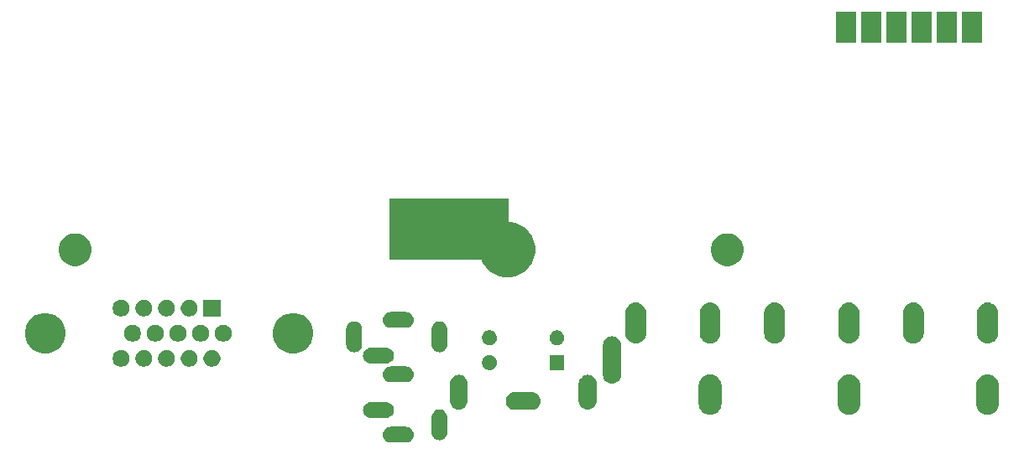
<source format=gbs>
G04 #@! TF.GenerationSoftware,KiCad,Pcbnew,(5.1.0)-1*
G04 #@! TF.CreationDate,2019-08-02T11:21:21-04:00*
G04 #@! TF.ProjectId,snes breakout,736e6573-2062-4726-9561-6b6f75742e6b,rev?*
G04 #@! TF.SameCoordinates,Original*
G04 #@! TF.FileFunction,Soldermask,Bot*
G04 #@! TF.FilePolarity,Negative*
%FSLAX46Y46*%
G04 Gerber Fmt 4.6, Leading zero omitted, Abs format (unit mm)*
G04 Created by KiCad (PCBNEW (5.1.0)-1) date 2019-08-02 11:21:21*
%MOMM*%
%LPD*%
G04 APERTURE LIST*
%ADD10C,0.100000*%
G04 APERTURE END LIST*
D10*
G36*
X123511808Y-67706648D02*
G01*
X123663551Y-67752678D01*
X123803398Y-67827428D01*
X123925975Y-67928025D01*
X124026572Y-68050602D01*
X124101322Y-68190449D01*
X124147352Y-68342192D01*
X124162895Y-68500000D01*
X124147352Y-68657808D01*
X124101322Y-68809551D01*
X124026572Y-68949398D01*
X123925975Y-69071975D01*
X123803398Y-69172572D01*
X123663551Y-69247322D01*
X123511808Y-69293352D01*
X123393546Y-69305000D01*
X121806454Y-69305000D01*
X121688192Y-69293352D01*
X121536449Y-69247322D01*
X121396602Y-69172572D01*
X121274025Y-69071975D01*
X121173428Y-68949398D01*
X121098678Y-68809551D01*
X121052648Y-68657808D01*
X121037105Y-68500000D01*
X121052648Y-68342192D01*
X121098678Y-68190449D01*
X121173428Y-68050602D01*
X121274025Y-67928025D01*
X121396602Y-67827428D01*
X121536449Y-67752678D01*
X121688192Y-67706648D01*
X121806454Y-67695000D01*
X123393546Y-67695000D01*
X123511808Y-67706648D01*
X123511808Y-67706648D01*
G37*
G36*
X126907808Y-65952648D02*
G01*
X127059551Y-65998678D01*
X127199398Y-66073428D01*
X127321975Y-66174025D01*
X127422572Y-66296602D01*
X127497322Y-66436449D01*
X127543352Y-66588192D01*
X127555000Y-66706454D01*
X127555000Y-68293546D01*
X127543352Y-68411808D01*
X127497322Y-68563551D01*
X127422572Y-68703398D01*
X127321975Y-68825975D01*
X127199397Y-68926572D01*
X127059550Y-69001322D01*
X126907807Y-69047352D01*
X126750000Y-69062895D01*
X126592192Y-69047352D01*
X126440449Y-69001322D01*
X126300602Y-68926572D01*
X126178025Y-68825975D01*
X126077428Y-68703397D01*
X126002678Y-68563550D01*
X125956648Y-68411807D01*
X125945000Y-68293545D01*
X125945001Y-66706454D01*
X125956649Y-66588192D01*
X126002679Y-66436449D01*
X126077429Y-66296602D01*
X126178026Y-66174025D01*
X126300603Y-66073428D01*
X126440450Y-65998678D01*
X126592193Y-65952648D01*
X126750000Y-65937105D01*
X126907808Y-65952648D01*
X126907808Y-65952648D01*
G37*
G36*
X121511808Y-65206648D02*
G01*
X121663551Y-65252678D01*
X121803398Y-65327428D01*
X121925975Y-65428025D01*
X122026572Y-65550602D01*
X122101322Y-65690449D01*
X122147352Y-65842192D01*
X122162895Y-66000000D01*
X122147352Y-66157808D01*
X122101322Y-66309551D01*
X122026572Y-66449398D01*
X121925975Y-66571975D01*
X121803398Y-66672572D01*
X121663551Y-66747322D01*
X121511808Y-66793352D01*
X121393546Y-66805000D01*
X119806454Y-66805000D01*
X119688192Y-66793352D01*
X119536449Y-66747322D01*
X119396602Y-66672572D01*
X119274025Y-66571975D01*
X119173428Y-66449398D01*
X119098678Y-66309551D01*
X119052648Y-66157808D01*
X119037105Y-66000000D01*
X119052648Y-65842192D01*
X119098678Y-65690449D01*
X119173428Y-65550602D01*
X119274025Y-65428025D01*
X119396602Y-65327428D01*
X119536449Y-65252678D01*
X119688192Y-65206648D01*
X119806454Y-65195000D01*
X121393546Y-65195000D01*
X121511808Y-65206648D01*
X121511808Y-65206648D01*
G37*
G36*
X182275634Y-62415654D02*
G01*
X182492599Y-62481470D01*
X182492601Y-62481471D01*
X182692553Y-62588347D01*
X182692555Y-62588348D01*
X182692554Y-62588348D01*
X182867818Y-62732182D01*
X182920574Y-62796466D01*
X183011653Y-62907445D01*
X183109329Y-63090186D01*
X183118530Y-63107400D01*
X183184346Y-63324365D01*
X183201000Y-63493457D01*
X183201000Y-65406543D01*
X183184346Y-65575635D01*
X183134430Y-65740186D01*
X183118529Y-65792602D01*
X183011653Y-65992555D01*
X182867818Y-66167818D01*
X182692555Y-66311653D01*
X182492602Y-66418529D01*
X182492600Y-66418530D01*
X182275635Y-66484346D01*
X182050000Y-66506569D01*
X181824366Y-66484346D01*
X181607401Y-66418530D01*
X181607399Y-66418529D01*
X181407446Y-66311653D01*
X181232183Y-66167818D01*
X181088348Y-65992555D01*
X180981472Y-65792602D01*
X180965572Y-65740186D01*
X180915655Y-65575635D01*
X180899000Y-65406543D01*
X180899000Y-63493458D01*
X180915654Y-63324366D01*
X180981470Y-63107401D01*
X180981472Y-63107398D01*
X181088347Y-62907447D01*
X181137947Y-62847009D01*
X181232182Y-62732182D01*
X181311183Y-62667348D01*
X181407445Y-62588347D01*
X181607398Y-62481471D01*
X181607400Y-62481470D01*
X181824365Y-62415654D01*
X182050000Y-62393431D01*
X182275634Y-62415654D01*
X182275634Y-62415654D01*
G37*
G36*
X154275634Y-62415654D02*
G01*
X154492599Y-62481470D01*
X154492601Y-62481471D01*
X154692553Y-62588347D01*
X154692555Y-62588348D01*
X154692554Y-62588348D01*
X154867818Y-62732182D01*
X154920574Y-62796466D01*
X155011653Y-62907445D01*
X155109329Y-63090186D01*
X155118530Y-63107400D01*
X155184346Y-63324365D01*
X155201000Y-63493457D01*
X155201000Y-65406543D01*
X155184346Y-65575635D01*
X155134430Y-65740186D01*
X155118529Y-65792602D01*
X155011653Y-65992555D01*
X154867818Y-66167818D01*
X154692555Y-66311653D01*
X154492602Y-66418529D01*
X154492600Y-66418530D01*
X154275635Y-66484346D01*
X154050000Y-66506569D01*
X153824366Y-66484346D01*
X153607401Y-66418530D01*
X153607399Y-66418529D01*
X153407446Y-66311653D01*
X153232183Y-66167818D01*
X153088348Y-65992555D01*
X152981472Y-65792602D01*
X152965572Y-65740186D01*
X152915655Y-65575635D01*
X152899000Y-65406543D01*
X152899000Y-63493458D01*
X152915654Y-63324366D01*
X152981470Y-63107401D01*
X152981472Y-63107398D01*
X153088347Y-62907447D01*
X153137947Y-62847009D01*
X153232182Y-62732182D01*
X153311183Y-62667348D01*
X153407445Y-62588347D01*
X153607398Y-62481471D01*
X153607400Y-62481470D01*
X153824365Y-62415654D01*
X154050000Y-62393431D01*
X154275634Y-62415654D01*
X154275634Y-62415654D01*
G37*
G36*
X168275634Y-62415654D02*
G01*
X168492599Y-62481470D01*
X168492601Y-62481471D01*
X168692553Y-62588347D01*
X168692555Y-62588348D01*
X168692554Y-62588348D01*
X168867818Y-62732182D01*
X168920574Y-62796466D01*
X169011653Y-62907445D01*
X169109329Y-63090186D01*
X169118530Y-63107400D01*
X169184346Y-63324365D01*
X169201000Y-63493457D01*
X169201000Y-65406543D01*
X169184346Y-65575635D01*
X169134430Y-65740186D01*
X169118529Y-65792602D01*
X169011653Y-65992555D01*
X168867818Y-66167818D01*
X168692555Y-66311653D01*
X168492602Y-66418529D01*
X168492600Y-66418530D01*
X168275635Y-66484346D01*
X168050000Y-66506569D01*
X167824366Y-66484346D01*
X167607401Y-66418530D01*
X167607399Y-66418529D01*
X167407446Y-66311653D01*
X167232183Y-66167818D01*
X167088348Y-65992555D01*
X166981472Y-65792602D01*
X166965572Y-65740186D01*
X166915655Y-65575635D01*
X166899000Y-65406543D01*
X166899000Y-63493458D01*
X166915654Y-63324366D01*
X166981470Y-63107401D01*
X166981472Y-63107398D01*
X167088347Y-62907447D01*
X167137947Y-62847009D01*
X167232182Y-62732182D01*
X167311183Y-62667348D01*
X167407445Y-62588347D01*
X167607398Y-62481471D01*
X167607400Y-62481470D01*
X167824365Y-62415654D01*
X168050000Y-62393431D01*
X168275634Y-62415654D01*
X168275634Y-62415654D01*
G37*
G36*
X136160443Y-64205519D02*
G01*
X136226627Y-64212037D01*
X136396466Y-64263557D01*
X136552991Y-64347222D01*
X136588729Y-64376552D01*
X136690186Y-64459814D01*
X136773448Y-64561271D01*
X136802778Y-64597009D01*
X136886443Y-64753534D01*
X136937963Y-64923373D01*
X136955359Y-65100000D01*
X136937963Y-65276627D01*
X136886443Y-65446466D01*
X136802778Y-65602991D01*
X136773448Y-65638729D01*
X136690186Y-65740186D01*
X136613916Y-65802778D01*
X136552991Y-65852778D01*
X136396466Y-65936443D01*
X136226627Y-65987963D01*
X136160443Y-65994481D01*
X136094260Y-66001000D01*
X134305740Y-66001000D01*
X134239557Y-65994481D01*
X134173373Y-65987963D01*
X134003534Y-65936443D01*
X133847009Y-65852778D01*
X133786084Y-65802778D01*
X133709814Y-65740186D01*
X133626552Y-65638729D01*
X133597222Y-65602991D01*
X133513557Y-65446466D01*
X133462037Y-65276627D01*
X133444641Y-65100000D01*
X133462037Y-64923373D01*
X133513557Y-64753534D01*
X133597222Y-64597009D01*
X133626552Y-64561271D01*
X133709814Y-64459814D01*
X133811271Y-64376552D01*
X133847009Y-64347222D01*
X134003534Y-64263557D01*
X134173373Y-64212037D01*
X134239557Y-64205519D01*
X134305740Y-64199000D01*
X136094260Y-64199000D01*
X136160443Y-64205519D01*
X136160443Y-64205519D01*
G37*
G36*
X141876627Y-62462037D02*
G01*
X142046466Y-62513557D01*
X142202991Y-62597222D01*
X142238729Y-62626552D01*
X142340186Y-62709814D01*
X142411298Y-62796466D01*
X142452778Y-62847009D01*
X142536443Y-63003534D01*
X142587963Y-63173373D01*
X142587963Y-63173375D01*
X142601000Y-63305740D01*
X142601000Y-65094260D01*
X142594481Y-65160443D01*
X142587963Y-65226627D01*
X142536443Y-65396466D01*
X142452778Y-65552991D01*
X142434195Y-65575634D01*
X142340186Y-65690186D01*
X142202989Y-65802779D01*
X142046467Y-65886442D01*
X142046465Y-65886443D01*
X141876626Y-65937963D01*
X141700000Y-65955359D01*
X141523373Y-65937963D01*
X141353534Y-65886443D01*
X141197009Y-65802778D01*
X141161271Y-65773448D01*
X141059814Y-65690186D01*
X140947221Y-65552989D01*
X140863558Y-65396467D01*
X140827205Y-65276627D01*
X140812037Y-65226626D01*
X140805519Y-65160442D01*
X140799000Y-65094259D01*
X140799001Y-63305740D01*
X140812038Y-63173375D01*
X140812038Y-63173373D01*
X140863558Y-63003534D01*
X140947223Y-62847009D01*
X140988703Y-62796466D01*
X141059815Y-62709814D01*
X141161272Y-62626552D01*
X141197010Y-62597222D01*
X141353535Y-62513557D01*
X141523374Y-62462037D01*
X141700000Y-62444641D01*
X141876627Y-62462037D01*
X141876627Y-62462037D01*
G37*
G36*
X128876626Y-62462037D02*
G01*
X129046465Y-62513557D01*
X129046467Y-62513558D01*
X129202989Y-62597221D01*
X129340186Y-62709814D01*
X129411298Y-62796466D01*
X129452778Y-62847009D01*
X129536443Y-63003534D01*
X129587963Y-63173373D01*
X129587963Y-63173375D01*
X129601000Y-63305740D01*
X129601000Y-65094260D01*
X129594481Y-65160443D01*
X129587963Y-65226627D01*
X129536443Y-65396466D01*
X129452778Y-65552991D01*
X129434195Y-65575634D01*
X129340186Y-65690186D01*
X129238729Y-65773448D01*
X129202991Y-65802778D01*
X129046466Y-65886443D01*
X128876627Y-65937963D01*
X128700000Y-65955359D01*
X128523374Y-65937963D01*
X128353535Y-65886443D01*
X128197010Y-65802778D01*
X128161272Y-65773448D01*
X128059815Y-65690186D01*
X127965806Y-65575634D01*
X127947223Y-65552991D01*
X127863558Y-65396466D01*
X127812038Y-65226627D01*
X127805520Y-65160443D01*
X127799001Y-65094260D01*
X127799000Y-63305741D01*
X127809141Y-63202778D01*
X127812037Y-63173374D01*
X127863557Y-63003535D01*
X127880426Y-62971975D01*
X127947221Y-62847011D01*
X128059814Y-62709814D01*
X128161271Y-62626552D01*
X128197009Y-62597222D01*
X128353534Y-62513557D01*
X128523373Y-62462037D01*
X128700000Y-62444641D01*
X128876626Y-62462037D01*
X128876626Y-62462037D01*
G37*
G36*
X144326626Y-58562037D02*
G01*
X144496465Y-58613557D01*
X144496467Y-58613558D01*
X144652989Y-58697221D01*
X144790186Y-58809814D01*
X144873448Y-58911271D01*
X144902778Y-58947009D01*
X144944611Y-59025272D01*
X144961905Y-59057626D01*
X144986443Y-59103534D01*
X145037963Y-59273373D01*
X145044481Y-59339557D01*
X145047389Y-59369073D01*
X145051000Y-59405742D01*
X145051000Y-62494258D01*
X145037963Y-62626627D01*
X144986443Y-62796466D01*
X144902778Y-62952991D01*
X144887198Y-62971975D01*
X144790186Y-63090186D01*
X144688821Y-63173373D01*
X144652991Y-63202778D01*
X144496466Y-63286443D01*
X144326627Y-63337963D01*
X144150000Y-63355359D01*
X143973374Y-63337963D01*
X143803535Y-63286443D01*
X143647010Y-63202778D01*
X143611180Y-63173373D01*
X143509815Y-63090186D01*
X143412803Y-62971975D01*
X143397223Y-62952991D01*
X143313558Y-62796466D01*
X143262038Y-62626627D01*
X143249001Y-62494258D01*
X143249000Y-59405743D01*
X143262037Y-59273374D01*
X143313557Y-59103535D01*
X143337738Y-59058295D01*
X143397221Y-58947011D01*
X143509814Y-58809814D01*
X143611271Y-58726552D01*
X143647009Y-58697222D01*
X143803534Y-58613557D01*
X143973373Y-58562037D01*
X144150000Y-58544641D01*
X144326626Y-58562037D01*
X144326626Y-58562037D01*
G37*
G36*
X123511808Y-61606648D02*
G01*
X123663551Y-61652678D01*
X123803398Y-61727428D01*
X123925975Y-61828025D01*
X124026572Y-61950602D01*
X124101322Y-62090449D01*
X124147352Y-62242192D01*
X124162895Y-62400000D01*
X124147352Y-62557808D01*
X124101322Y-62709551D01*
X124026572Y-62849398D01*
X123925975Y-62971975D01*
X123803398Y-63072572D01*
X123663551Y-63147322D01*
X123511808Y-63193352D01*
X123393546Y-63205000D01*
X121806454Y-63205000D01*
X121688192Y-63193352D01*
X121536449Y-63147322D01*
X121396602Y-63072572D01*
X121274025Y-62971975D01*
X121173428Y-62849398D01*
X121098678Y-62709551D01*
X121052648Y-62557808D01*
X121037105Y-62400000D01*
X121052648Y-62242192D01*
X121098678Y-62090449D01*
X121173428Y-61950602D01*
X121274025Y-61828025D01*
X121396602Y-61727428D01*
X121536449Y-61652678D01*
X121688192Y-61606648D01*
X121806454Y-61595000D01*
X123393546Y-61595000D01*
X123511808Y-61606648D01*
X123511808Y-61606648D01*
G37*
G36*
X139355000Y-61955000D02*
G01*
X137845000Y-61955000D01*
X137845000Y-60445000D01*
X139355000Y-60445000D01*
X139355000Y-61955000D01*
X139355000Y-61955000D01*
G37*
G36*
X131947293Y-60459507D02*
G01*
X132020225Y-60474014D01*
X132077138Y-60497588D01*
X132157626Y-60530927D01*
X132281284Y-60613553D01*
X132386447Y-60718716D01*
X132469073Y-60842374D01*
X132477954Y-60863815D01*
X132513403Y-60949396D01*
X132525986Y-60979776D01*
X132555000Y-61125638D01*
X132555000Y-61274362D01*
X132525986Y-61420224D01*
X132469073Y-61557626D01*
X132386447Y-61681284D01*
X132281284Y-61786447D01*
X132157626Y-61869073D01*
X132077138Y-61902412D01*
X132020225Y-61925986D01*
X131947293Y-61940493D01*
X131874362Y-61955000D01*
X131725638Y-61955000D01*
X131652707Y-61940493D01*
X131579775Y-61925986D01*
X131522862Y-61902412D01*
X131442374Y-61869073D01*
X131318716Y-61786447D01*
X131213553Y-61681284D01*
X131130927Y-61557626D01*
X131074014Y-61420224D01*
X131045000Y-61274362D01*
X131045000Y-61125638D01*
X131074014Y-60979776D01*
X131086598Y-60949396D01*
X131122046Y-60863815D01*
X131130927Y-60842374D01*
X131213553Y-60718716D01*
X131318716Y-60613553D01*
X131442374Y-60530927D01*
X131522862Y-60497588D01*
X131579775Y-60474014D01*
X131652707Y-60459507D01*
X131725638Y-60445000D01*
X131874362Y-60445000D01*
X131947293Y-60459507D01*
X131947293Y-60459507D01*
G37*
G36*
X104048228Y-59961703D02*
G01*
X104203100Y-60025853D01*
X104342481Y-60118985D01*
X104461015Y-60237519D01*
X104554147Y-60376900D01*
X104618297Y-60531772D01*
X104651000Y-60696184D01*
X104651000Y-60863816D01*
X104618297Y-61028228D01*
X104554147Y-61183100D01*
X104461015Y-61322481D01*
X104342481Y-61441015D01*
X104203100Y-61534147D01*
X104048228Y-61598297D01*
X103883816Y-61631000D01*
X103716184Y-61631000D01*
X103551772Y-61598297D01*
X103396900Y-61534147D01*
X103257519Y-61441015D01*
X103138985Y-61322481D01*
X103045853Y-61183100D01*
X102981703Y-61028228D01*
X102949000Y-60863816D01*
X102949000Y-60696184D01*
X102981703Y-60531772D01*
X103045853Y-60376900D01*
X103138985Y-60237519D01*
X103257519Y-60118985D01*
X103396900Y-60025853D01*
X103551772Y-59961703D01*
X103716184Y-59929000D01*
X103883816Y-59929000D01*
X104048228Y-59961703D01*
X104048228Y-59961703D01*
G37*
G36*
X99468228Y-59961703D02*
G01*
X99623100Y-60025853D01*
X99762481Y-60118985D01*
X99881015Y-60237519D01*
X99974147Y-60376900D01*
X100038297Y-60531772D01*
X100071000Y-60696184D01*
X100071000Y-60863816D01*
X100038297Y-61028228D01*
X99974147Y-61183100D01*
X99881015Y-61322481D01*
X99762481Y-61441015D01*
X99623100Y-61534147D01*
X99468228Y-61598297D01*
X99303816Y-61631000D01*
X99136184Y-61631000D01*
X98971772Y-61598297D01*
X98816900Y-61534147D01*
X98677519Y-61441015D01*
X98558985Y-61322481D01*
X98465853Y-61183100D01*
X98401703Y-61028228D01*
X98369000Y-60863816D01*
X98369000Y-60696184D01*
X98401703Y-60531772D01*
X98465853Y-60376900D01*
X98558985Y-60237519D01*
X98677519Y-60118985D01*
X98816900Y-60025853D01*
X98971772Y-59961703D01*
X99136184Y-59929000D01*
X99303816Y-59929000D01*
X99468228Y-59961703D01*
X99468228Y-59961703D01*
G37*
G36*
X94888228Y-59961703D02*
G01*
X95043100Y-60025853D01*
X95182481Y-60118985D01*
X95301015Y-60237519D01*
X95394147Y-60376900D01*
X95458297Y-60531772D01*
X95491000Y-60696184D01*
X95491000Y-60863816D01*
X95458297Y-61028228D01*
X95394147Y-61183100D01*
X95301015Y-61322481D01*
X95182481Y-61441015D01*
X95043100Y-61534147D01*
X94888228Y-61598297D01*
X94723816Y-61631000D01*
X94556184Y-61631000D01*
X94391772Y-61598297D01*
X94236900Y-61534147D01*
X94097519Y-61441015D01*
X93978985Y-61322481D01*
X93885853Y-61183100D01*
X93821703Y-61028228D01*
X93789000Y-60863816D01*
X93789000Y-60696184D01*
X93821703Y-60531772D01*
X93885853Y-60376900D01*
X93978985Y-60237519D01*
X94097519Y-60118985D01*
X94236900Y-60025853D01*
X94391772Y-59961703D01*
X94556184Y-59929000D01*
X94723816Y-59929000D01*
X94888228Y-59961703D01*
X94888228Y-59961703D01*
G37*
G36*
X101758228Y-59961703D02*
G01*
X101913100Y-60025853D01*
X102052481Y-60118985D01*
X102171015Y-60237519D01*
X102264147Y-60376900D01*
X102328297Y-60531772D01*
X102361000Y-60696184D01*
X102361000Y-60863816D01*
X102328297Y-61028228D01*
X102264147Y-61183100D01*
X102171015Y-61322481D01*
X102052481Y-61441015D01*
X101913100Y-61534147D01*
X101758228Y-61598297D01*
X101593816Y-61631000D01*
X101426184Y-61631000D01*
X101261772Y-61598297D01*
X101106900Y-61534147D01*
X100967519Y-61441015D01*
X100848985Y-61322481D01*
X100755853Y-61183100D01*
X100691703Y-61028228D01*
X100659000Y-60863816D01*
X100659000Y-60696184D01*
X100691703Y-60531772D01*
X100755853Y-60376900D01*
X100848985Y-60237519D01*
X100967519Y-60118985D01*
X101106900Y-60025853D01*
X101261772Y-59961703D01*
X101426184Y-59929000D01*
X101593816Y-59929000D01*
X101758228Y-59961703D01*
X101758228Y-59961703D01*
G37*
G36*
X97178228Y-59961703D02*
G01*
X97333100Y-60025853D01*
X97472481Y-60118985D01*
X97591015Y-60237519D01*
X97684147Y-60376900D01*
X97748297Y-60531772D01*
X97781000Y-60696184D01*
X97781000Y-60863816D01*
X97748297Y-61028228D01*
X97684147Y-61183100D01*
X97591015Y-61322481D01*
X97472481Y-61441015D01*
X97333100Y-61534147D01*
X97178228Y-61598297D01*
X97013816Y-61631000D01*
X96846184Y-61631000D01*
X96681772Y-61598297D01*
X96526900Y-61534147D01*
X96387519Y-61441015D01*
X96268985Y-61322481D01*
X96175853Y-61183100D01*
X96111703Y-61028228D01*
X96079000Y-60863816D01*
X96079000Y-60696184D01*
X96111703Y-60531772D01*
X96175853Y-60376900D01*
X96268985Y-60237519D01*
X96387519Y-60118985D01*
X96526900Y-60025853D01*
X96681772Y-59961703D01*
X96846184Y-59929000D01*
X97013816Y-59929000D01*
X97178228Y-59961703D01*
X97178228Y-59961703D01*
G37*
G36*
X121511808Y-59706648D02*
G01*
X121663551Y-59752678D01*
X121803398Y-59827428D01*
X121925975Y-59928025D01*
X122026572Y-60050602D01*
X122101322Y-60190449D01*
X122147352Y-60342192D01*
X122162895Y-60500000D01*
X122147352Y-60657808D01*
X122101322Y-60809551D01*
X122026572Y-60949398D01*
X121925975Y-61071975D01*
X121803398Y-61172572D01*
X121663551Y-61247322D01*
X121511808Y-61293352D01*
X121393546Y-61305000D01*
X119806454Y-61305000D01*
X119688192Y-61293352D01*
X119536449Y-61247322D01*
X119396602Y-61172572D01*
X119274025Y-61071975D01*
X119173428Y-60949398D01*
X119098678Y-60809551D01*
X119052648Y-60657808D01*
X119037105Y-60500000D01*
X119052648Y-60342192D01*
X119098678Y-60190449D01*
X119173428Y-60050602D01*
X119274025Y-59928025D01*
X119396602Y-59827428D01*
X119536449Y-59752678D01*
X119688192Y-59706648D01*
X119806454Y-59695000D01*
X121393546Y-59695000D01*
X121511808Y-59706648D01*
X121511808Y-59706648D01*
G37*
G36*
X112583254Y-56267818D02*
G01*
X112956511Y-56422426D01*
X112956513Y-56422427D01*
X113292436Y-56646884D01*
X113578116Y-56932564D01*
X113661802Y-57057808D01*
X113802574Y-57268489D01*
X113957182Y-57641746D01*
X114036000Y-58037993D01*
X114036000Y-58442007D01*
X113957182Y-58838254D01*
X113847299Y-59103535D01*
X113802573Y-59211513D01*
X113578116Y-59547436D01*
X113292436Y-59833116D01*
X112956513Y-60057573D01*
X112956512Y-60057574D01*
X112956511Y-60057574D01*
X112583254Y-60212182D01*
X112187007Y-60291000D01*
X111782993Y-60291000D01*
X111386746Y-60212182D01*
X111013489Y-60057574D01*
X111013488Y-60057574D01*
X111013487Y-60057573D01*
X110677564Y-59833116D01*
X110391884Y-59547436D01*
X110167427Y-59211513D01*
X110122701Y-59103535D01*
X110012818Y-58838254D01*
X109934000Y-58442007D01*
X109934000Y-58037993D01*
X110012818Y-57641746D01*
X110167426Y-57268489D01*
X110308199Y-57057808D01*
X110391884Y-56932564D01*
X110677564Y-56646884D01*
X111013487Y-56422427D01*
X111013489Y-56422426D01*
X111386746Y-56267818D01*
X111782993Y-56189000D01*
X112187007Y-56189000D01*
X112583254Y-56267818D01*
X112583254Y-56267818D01*
G37*
G36*
X87583254Y-56267818D02*
G01*
X87956511Y-56422426D01*
X87956513Y-56422427D01*
X88292436Y-56646884D01*
X88578116Y-56932564D01*
X88661802Y-57057808D01*
X88802574Y-57268489D01*
X88957182Y-57641746D01*
X89036000Y-58037993D01*
X89036000Y-58442007D01*
X88957182Y-58838254D01*
X88847299Y-59103535D01*
X88802573Y-59211513D01*
X88578116Y-59547436D01*
X88292436Y-59833116D01*
X87956513Y-60057573D01*
X87956512Y-60057574D01*
X87956511Y-60057574D01*
X87583254Y-60212182D01*
X87187007Y-60291000D01*
X86782993Y-60291000D01*
X86386746Y-60212182D01*
X86013489Y-60057574D01*
X86013488Y-60057574D01*
X86013487Y-60057573D01*
X85677564Y-59833116D01*
X85391884Y-59547436D01*
X85167427Y-59211513D01*
X85122701Y-59103535D01*
X85012818Y-58838254D01*
X84934000Y-58442007D01*
X84934000Y-58037993D01*
X85012818Y-57641746D01*
X85167426Y-57268489D01*
X85308199Y-57057808D01*
X85391884Y-56932564D01*
X85677564Y-56646884D01*
X86013487Y-56422427D01*
X86013489Y-56422426D01*
X86386746Y-56267818D01*
X86782993Y-56189000D01*
X87187007Y-56189000D01*
X87583254Y-56267818D01*
X87583254Y-56267818D01*
G37*
G36*
X126907808Y-57052648D02*
G01*
X127059551Y-57098678D01*
X127199398Y-57173428D01*
X127321975Y-57274025D01*
X127422572Y-57396602D01*
X127497322Y-57536449D01*
X127543352Y-57688192D01*
X127555000Y-57806454D01*
X127555000Y-59393546D01*
X127543352Y-59511808D01*
X127497322Y-59663551D01*
X127422572Y-59803398D01*
X127321975Y-59925975D01*
X127199397Y-60026572D01*
X127059550Y-60101322D01*
X126907807Y-60147352D01*
X126750000Y-60162895D01*
X126592192Y-60147352D01*
X126440449Y-60101322D01*
X126300602Y-60026572D01*
X126178025Y-59925975D01*
X126077428Y-59803397D01*
X126002678Y-59663550D01*
X125956648Y-59511807D01*
X125945000Y-59393545D01*
X125945001Y-57806454D01*
X125956649Y-57688192D01*
X126002679Y-57536449D01*
X126077429Y-57396602D01*
X126178026Y-57274025D01*
X126300603Y-57173428D01*
X126440450Y-57098678D01*
X126592193Y-57052648D01*
X126750000Y-57037105D01*
X126907808Y-57052648D01*
X126907808Y-57052648D01*
G37*
G36*
X118307808Y-57052648D02*
G01*
X118459551Y-57098678D01*
X118599398Y-57173428D01*
X118721975Y-57274025D01*
X118822572Y-57396602D01*
X118897322Y-57536449D01*
X118943352Y-57688192D01*
X118955000Y-57806454D01*
X118955000Y-59393546D01*
X118943352Y-59511808D01*
X118897322Y-59663551D01*
X118822572Y-59803398D01*
X118721975Y-59925975D01*
X118599397Y-60026572D01*
X118459550Y-60101322D01*
X118307807Y-60147352D01*
X118150000Y-60162895D01*
X117992192Y-60147352D01*
X117840449Y-60101322D01*
X117700602Y-60026572D01*
X117578025Y-59925975D01*
X117477428Y-59803397D01*
X117402678Y-59663550D01*
X117356648Y-59511807D01*
X117345000Y-59393545D01*
X117345001Y-57806454D01*
X117356649Y-57688192D01*
X117402679Y-57536449D01*
X117477429Y-57396602D01*
X117578026Y-57274025D01*
X117700603Y-57173428D01*
X117840450Y-57098678D01*
X117992193Y-57052648D01*
X118150000Y-57037105D01*
X118307808Y-57052648D01*
X118307808Y-57052648D01*
G37*
G36*
X138747293Y-57959507D02*
G01*
X138820225Y-57974014D01*
X138863094Y-57991771D01*
X138957626Y-58030927D01*
X139081284Y-58113553D01*
X139186447Y-58218716D01*
X139269073Y-58342374D01*
X139295440Y-58406030D01*
X139325986Y-58479775D01*
X139338889Y-58544641D01*
X139350726Y-58604149D01*
X139355000Y-58625639D01*
X139355000Y-58774361D01*
X139325986Y-58920225D01*
X139314891Y-58947010D01*
X139269073Y-59057626D01*
X139186447Y-59181284D01*
X139081284Y-59286447D01*
X138957626Y-59369073D01*
X138898542Y-59393546D01*
X138820225Y-59425986D01*
X138747293Y-59440493D01*
X138674362Y-59455000D01*
X138525638Y-59455000D01*
X138452707Y-59440493D01*
X138379775Y-59425986D01*
X138301458Y-59393546D01*
X138242374Y-59369073D01*
X138118716Y-59286447D01*
X138013553Y-59181284D01*
X137930927Y-59057626D01*
X137885109Y-58947010D01*
X137874014Y-58920225D01*
X137845000Y-58774361D01*
X137845000Y-58625639D01*
X137849275Y-58604149D01*
X137861111Y-58544641D01*
X137874014Y-58479775D01*
X137904560Y-58406030D01*
X137930927Y-58342374D01*
X138013553Y-58218716D01*
X138118716Y-58113553D01*
X138242374Y-58030927D01*
X138336906Y-57991771D01*
X138379775Y-57974014D01*
X138452707Y-57959507D01*
X138525638Y-57945000D01*
X138674362Y-57945000D01*
X138747293Y-57959507D01*
X138747293Y-57959507D01*
G37*
G36*
X131947293Y-57959507D02*
G01*
X132020225Y-57974014D01*
X132063094Y-57991771D01*
X132157626Y-58030927D01*
X132281284Y-58113553D01*
X132386447Y-58218716D01*
X132469073Y-58342374D01*
X132495440Y-58406030D01*
X132525986Y-58479775D01*
X132538889Y-58544641D01*
X132550726Y-58604149D01*
X132555000Y-58625639D01*
X132555000Y-58774361D01*
X132525986Y-58920225D01*
X132514891Y-58947010D01*
X132469073Y-59057626D01*
X132386447Y-59181284D01*
X132281284Y-59286447D01*
X132157626Y-59369073D01*
X132098542Y-59393546D01*
X132020225Y-59425986D01*
X131947293Y-59440493D01*
X131874362Y-59455000D01*
X131725638Y-59455000D01*
X131652707Y-59440493D01*
X131579775Y-59425986D01*
X131501458Y-59393546D01*
X131442374Y-59369073D01*
X131318716Y-59286447D01*
X131213553Y-59181284D01*
X131130927Y-59057626D01*
X131085109Y-58947010D01*
X131074014Y-58920225D01*
X131045000Y-58774361D01*
X131045000Y-58625639D01*
X131049275Y-58604149D01*
X131061111Y-58544641D01*
X131074014Y-58479775D01*
X131104560Y-58406030D01*
X131130927Y-58342374D01*
X131213553Y-58218716D01*
X131318716Y-58113553D01*
X131442374Y-58030927D01*
X131536906Y-57991771D01*
X131579775Y-57974014D01*
X131652707Y-57959507D01*
X131725638Y-57945000D01*
X131874362Y-57945000D01*
X131947293Y-57959507D01*
X131947293Y-57959507D01*
G37*
G36*
X168256031Y-55164207D02*
G01*
X168454145Y-55224305D01*
X168454148Y-55224306D01*
X168520030Y-55259521D01*
X168636729Y-55321897D01*
X168796765Y-55453235D01*
X168928103Y-55613271D01*
X168973939Y-55699025D01*
X169025694Y-55795851D01*
X169025694Y-55795852D01*
X169025695Y-55795854D01*
X169085793Y-55993968D01*
X169101000Y-56148370D01*
X169101000Y-58251630D01*
X169085793Y-58406032D01*
X169060858Y-58488229D01*
X169025694Y-58604149D01*
X169004874Y-58643100D01*
X168928103Y-58786729D01*
X168796765Y-58946765D01*
X168636729Y-59078103D01*
X168550975Y-59123939D01*
X168454149Y-59175694D01*
X168454146Y-59175695D01*
X168256032Y-59235793D01*
X168050000Y-59256085D01*
X167843969Y-59235793D01*
X167645855Y-59175695D01*
X167645852Y-59175694D01*
X167549026Y-59123939D01*
X167463272Y-59078103D01*
X167303236Y-58946765D01*
X167171898Y-58786729D01*
X167095127Y-58643100D01*
X167074307Y-58604149D01*
X167039143Y-58488229D01*
X167014208Y-58406032D01*
X166999001Y-58251630D01*
X166999000Y-56148371D01*
X167014207Y-55993969D01*
X167074305Y-55795855D01*
X167074306Y-55795852D01*
X167109521Y-55729970D01*
X167171897Y-55613271D01*
X167303235Y-55453235D01*
X167463271Y-55321897D01*
X167549025Y-55276061D01*
X167645851Y-55224306D01*
X167645854Y-55224305D01*
X167843968Y-55164207D01*
X168050000Y-55143915D01*
X168256031Y-55164207D01*
X168256031Y-55164207D01*
G37*
G36*
X182256031Y-55164207D02*
G01*
X182454145Y-55224305D01*
X182454148Y-55224306D01*
X182520030Y-55259521D01*
X182636729Y-55321897D01*
X182796765Y-55453235D01*
X182928103Y-55613271D01*
X182973939Y-55699025D01*
X183025694Y-55795851D01*
X183025694Y-55795852D01*
X183025695Y-55795854D01*
X183085793Y-55993968D01*
X183101000Y-56148370D01*
X183101000Y-58251630D01*
X183085793Y-58406032D01*
X183060858Y-58488229D01*
X183025694Y-58604149D01*
X183004874Y-58643100D01*
X182928103Y-58786729D01*
X182796765Y-58946765D01*
X182636729Y-59078103D01*
X182550975Y-59123939D01*
X182454149Y-59175694D01*
X182454146Y-59175695D01*
X182256032Y-59235793D01*
X182050000Y-59256085D01*
X181843969Y-59235793D01*
X181645855Y-59175695D01*
X181645852Y-59175694D01*
X181549026Y-59123939D01*
X181463272Y-59078103D01*
X181303236Y-58946765D01*
X181171898Y-58786729D01*
X181095127Y-58643100D01*
X181074307Y-58604149D01*
X181039143Y-58488229D01*
X181014208Y-58406032D01*
X180999001Y-58251630D01*
X180999000Y-56148371D01*
X181014207Y-55993969D01*
X181074305Y-55795855D01*
X181074306Y-55795852D01*
X181109521Y-55729970D01*
X181171897Y-55613271D01*
X181303235Y-55453235D01*
X181463271Y-55321897D01*
X181549025Y-55276061D01*
X181645851Y-55224306D01*
X181645854Y-55224305D01*
X181843968Y-55164207D01*
X182050000Y-55143915D01*
X182256031Y-55164207D01*
X182256031Y-55164207D01*
G37*
G36*
X174756031Y-55164207D02*
G01*
X174954145Y-55224305D01*
X174954148Y-55224306D01*
X175020030Y-55259521D01*
X175136729Y-55321897D01*
X175296765Y-55453235D01*
X175428103Y-55613271D01*
X175473939Y-55699025D01*
X175525694Y-55795851D01*
X175525694Y-55795852D01*
X175525695Y-55795854D01*
X175585793Y-55993968D01*
X175601000Y-56148370D01*
X175601000Y-58251630D01*
X175585793Y-58406032D01*
X175560858Y-58488229D01*
X175525694Y-58604149D01*
X175504874Y-58643100D01*
X175428103Y-58786729D01*
X175296765Y-58946765D01*
X175136729Y-59078103D01*
X175050975Y-59123939D01*
X174954149Y-59175694D01*
X174954146Y-59175695D01*
X174756032Y-59235793D01*
X174550000Y-59256085D01*
X174343969Y-59235793D01*
X174145855Y-59175695D01*
X174145852Y-59175694D01*
X174049026Y-59123939D01*
X173963272Y-59078103D01*
X173803236Y-58946765D01*
X173671898Y-58786729D01*
X173595127Y-58643100D01*
X173574307Y-58604149D01*
X173539143Y-58488229D01*
X173514208Y-58406032D01*
X173499001Y-58251630D01*
X173499000Y-56148371D01*
X173514207Y-55993969D01*
X173574305Y-55795855D01*
X173574306Y-55795852D01*
X173609521Y-55729970D01*
X173671897Y-55613271D01*
X173803235Y-55453235D01*
X173963271Y-55321897D01*
X174049025Y-55276061D01*
X174145851Y-55224306D01*
X174145854Y-55224305D01*
X174343968Y-55164207D01*
X174550000Y-55143915D01*
X174756031Y-55164207D01*
X174756031Y-55164207D01*
G37*
G36*
X160756031Y-55164207D02*
G01*
X160954145Y-55224305D01*
X160954148Y-55224306D01*
X161020030Y-55259521D01*
X161136729Y-55321897D01*
X161296765Y-55453235D01*
X161428103Y-55613271D01*
X161473939Y-55699025D01*
X161525694Y-55795851D01*
X161525694Y-55795852D01*
X161525695Y-55795854D01*
X161585793Y-55993968D01*
X161601000Y-56148370D01*
X161601000Y-58251630D01*
X161585793Y-58406032D01*
X161560858Y-58488229D01*
X161525694Y-58604149D01*
X161504874Y-58643100D01*
X161428103Y-58786729D01*
X161296765Y-58946765D01*
X161136729Y-59078103D01*
X161050975Y-59123939D01*
X160954149Y-59175694D01*
X160954146Y-59175695D01*
X160756032Y-59235793D01*
X160550000Y-59256085D01*
X160343969Y-59235793D01*
X160145855Y-59175695D01*
X160145852Y-59175694D01*
X160049026Y-59123939D01*
X159963272Y-59078103D01*
X159803236Y-58946765D01*
X159671898Y-58786729D01*
X159595127Y-58643100D01*
X159574307Y-58604149D01*
X159539143Y-58488229D01*
X159514208Y-58406032D01*
X159499001Y-58251630D01*
X159499000Y-56148371D01*
X159514207Y-55993969D01*
X159574305Y-55795855D01*
X159574306Y-55795852D01*
X159609521Y-55729970D01*
X159671897Y-55613271D01*
X159803235Y-55453235D01*
X159963271Y-55321897D01*
X160049025Y-55276061D01*
X160145851Y-55224306D01*
X160145854Y-55224305D01*
X160343968Y-55164207D01*
X160550000Y-55143915D01*
X160756031Y-55164207D01*
X160756031Y-55164207D01*
G37*
G36*
X154256031Y-55164207D02*
G01*
X154454145Y-55224305D01*
X154454148Y-55224306D01*
X154520030Y-55259521D01*
X154636729Y-55321897D01*
X154796765Y-55453235D01*
X154928103Y-55613271D01*
X154973939Y-55699025D01*
X155025694Y-55795851D01*
X155025694Y-55795852D01*
X155025695Y-55795854D01*
X155085793Y-55993968D01*
X155101000Y-56148370D01*
X155101000Y-58251630D01*
X155085793Y-58406032D01*
X155060858Y-58488229D01*
X155025694Y-58604149D01*
X155004874Y-58643100D01*
X154928103Y-58786729D01*
X154796765Y-58946765D01*
X154636729Y-59078103D01*
X154550975Y-59123939D01*
X154454149Y-59175694D01*
X154454146Y-59175695D01*
X154256032Y-59235793D01*
X154050000Y-59256085D01*
X153843969Y-59235793D01*
X153645855Y-59175695D01*
X153645852Y-59175694D01*
X153549026Y-59123939D01*
X153463272Y-59078103D01*
X153303236Y-58946765D01*
X153171898Y-58786729D01*
X153095127Y-58643100D01*
X153074307Y-58604149D01*
X153039143Y-58488229D01*
X153014208Y-58406032D01*
X152999001Y-58251630D01*
X152999000Y-56148371D01*
X153014207Y-55993969D01*
X153074305Y-55795855D01*
X153074306Y-55795852D01*
X153109521Y-55729970D01*
X153171897Y-55613271D01*
X153303235Y-55453235D01*
X153463271Y-55321897D01*
X153549025Y-55276061D01*
X153645851Y-55224306D01*
X153645854Y-55224305D01*
X153843968Y-55164207D01*
X154050000Y-55143915D01*
X154256031Y-55164207D01*
X154256031Y-55164207D01*
G37*
G36*
X146756031Y-55164207D02*
G01*
X146954145Y-55224305D01*
X146954148Y-55224306D01*
X147020030Y-55259521D01*
X147136729Y-55321897D01*
X147296765Y-55453235D01*
X147428103Y-55613271D01*
X147473939Y-55699025D01*
X147525694Y-55795851D01*
X147525694Y-55795852D01*
X147525695Y-55795854D01*
X147585793Y-55993968D01*
X147601000Y-56148370D01*
X147601000Y-58251630D01*
X147585793Y-58406032D01*
X147560858Y-58488229D01*
X147525694Y-58604149D01*
X147504874Y-58643100D01*
X147428103Y-58786729D01*
X147296765Y-58946765D01*
X147136729Y-59078103D01*
X147050975Y-59123939D01*
X146954149Y-59175694D01*
X146954146Y-59175695D01*
X146756032Y-59235793D01*
X146550000Y-59256085D01*
X146343969Y-59235793D01*
X146145855Y-59175695D01*
X146145852Y-59175694D01*
X146049026Y-59123939D01*
X145963272Y-59078103D01*
X145803236Y-58946765D01*
X145671898Y-58786729D01*
X145595127Y-58643100D01*
X145574307Y-58604149D01*
X145539143Y-58488229D01*
X145514208Y-58406032D01*
X145499001Y-58251630D01*
X145499000Y-56148371D01*
X145514207Y-55993969D01*
X145574305Y-55795855D01*
X145574306Y-55795852D01*
X145609521Y-55729970D01*
X145671897Y-55613271D01*
X145803235Y-55453235D01*
X145963271Y-55321897D01*
X146049025Y-55276061D01*
X146145851Y-55224306D01*
X146145854Y-55224305D01*
X146343968Y-55164207D01*
X146550000Y-55143915D01*
X146756031Y-55164207D01*
X146756031Y-55164207D01*
G37*
G36*
X98323228Y-57421703D02*
G01*
X98478100Y-57485853D01*
X98617481Y-57578985D01*
X98736015Y-57697519D01*
X98829147Y-57836900D01*
X98893297Y-57991772D01*
X98926000Y-58156184D01*
X98926000Y-58323816D01*
X98893297Y-58488228D01*
X98829147Y-58643100D01*
X98736015Y-58782481D01*
X98617481Y-58901015D01*
X98478100Y-58994147D01*
X98323228Y-59058297D01*
X98158816Y-59091000D01*
X97991184Y-59091000D01*
X97826772Y-59058297D01*
X97671900Y-58994147D01*
X97532519Y-58901015D01*
X97413985Y-58782481D01*
X97320853Y-58643100D01*
X97256703Y-58488228D01*
X97224000Y-58323816D01*
X97224000Y-58156184D01*
X97256703Y-57991772D01*
X97320853Y-57836900D01*
X97413985Y-57697519D01*
X97532519Y-57578985D01*
X97671900Y-57485853D01*
X97826772Y-57421703D01*
X97991184Y-57389000D01*
X98158816Y-57389000D01*
X98323228Y-57421703D01*
X98323228Y-57421703D01*
G37*
G36*
X96033228Y-57421703D02*
G01*
X96188100Y-57485853D01*
X96327481Y-57578985D01*
X96446015Y-57697519D01*
X96539147Y-57836900D01*
X96603297Y-57991772D01*
X96636000Y-58156184D01*
X96636000Y-58323816D01*
X96603297Y-58488228D01*
X96539147Y-58643100D01*
X96446015Y-58782481D01*
X96327481Y-58901015D01*
X96188100Y-58994147D01*
X96033228Y-59058297D01*
X95868816Y-59091000D01*
X95701184Y-59091000D01*
X95536772Y-59058297D01*
X95381900Y-58994147D01*
X95242519Y-58901015D01*
X95123985Y-58782481D01*
X95030853Y-58643100D01*
X94966703Y-58488228D01*
X94934000Y-58323816D01*
X94934000Y-58156184D01*
X94966703Y-57991772D01*
X95030853Y-57836900D01*
X95123985Y-57697519D01*
X95242519Y-57578985D01*
X95381900Y-57485853D01*
X95536772Y-57421703D01*
X95701184Y-57389000D01*
X95868816Y-57389000D01*
X96033228Y-57421703D01*
X96033228Y-57421703D01*
G37*
G36*
X100613228Y-57421703D02*
G01*
X100768100Y-57485853D01*
X100907481Y-57578985D01*
X101026015Y-57697519D01*
X101119147Y-57836900D01*
X101183297Y-57991772D01*
X101216000Y-58156184D01*
X101216000Y-58323816D01*
X101183297Y-58488228D01*
X101119147Y-58643100D01*
X101026015Y-58782481D01*
X100907481Y-58901015D01*
X100768100Y-58994147D01*
X100613228Y-59058297D01*
X100448816Y-59091000D01*
X100281184Y-59091000D01*
X100116772Y-59058297D01*
X99961900Y-58994147D01*
X99822519Y-58901015D01*
X99703985Y-58782481D01*
X99610853Y-58643100D01*
X99546703Y-58488228D01*
X99514000Y-58323816D01*
X99514000Y-58156184D01*
X99546703Y-57991772D01*
X99610853Y-57836900D01*
X99703985Y-57697519D01*
X99822519Y-57578985D01*
X99961900Y-57485853D01*
X100116772Y-57421703D01*
X100281184Y-57389000D01*
X100448816Y-57389000D01*
X100613228Y-57421703D01*
X100613228Y-57421703D01*
G37*
G36*
X102903228Y-57421703D02*
G01*
X103058100Y-57485853D01*
X103197481Y-57578985D01*
X103316015Y-57697519D01*
X103409147Y-57836900D01*
X103473297Y-57991772D01*
X103506000Y-58156184D01*
X103506000Y-58323816D01*
X103473297Y-58488228D01*
X103409147Y-58643100D01*
X103316015Y-58782481D01*
X103197481Y-58901015D01*
X103058100Y-58994147D01*
X102903228Y-59058297D01*
X102738816Y-59091000D01*
X102571184Y-59091000D01*
X102406772Y-59058297D01*
X102251900Y-58994147D01*
X102112519Y-58901015D01*
X101993985Y-58782481D01*
X101900853Y-58643100D01*
X101836703Y-58488228D01*
X101804000Y-58323816D01*
X101804000Y-58156184D01*
X101836703Y-57991772D01*
X101900853Y-57836900D01*
X101993985Y-57697519D01*
X102112519Y-57578985D01*
X102251900Y-57485853D01*
X102406772Y-57421703D01*
X102571184Y-57389000D01*
X102738816Y-57389000D01*
X102903228Y-57421703D01*
X102903228Y-57421703D01*
G37*
G36*
X105193228Y-57421703D02*
G01*
X105348100Y-57485853D01*
X105487481Y-57578985D01*
X105606015Y-57697519D01*
X105699147Y-57836900D01*
X105763297Y-57991772D01*
X105796000Y-58156184D01*
X105796000Y-58323816D01*
X105763297Y-58488228D01*
X105699147Y-58643100D01*
X105606015Y-58782481D01*
X105487481Y-58901015D01*
X105348100Y-58994147D01*
X105193228Y-59058297D01*
X105028816Y-59091000D01*
X104861184Y-59091000D01*
X104696772Y-59058297D01*
X104541900Y-58994147D01*
X104402519Y-58901015D01*
X104283985Y-58782481D01*
X104190853Y-58643100D01*
X104126703Y-58488228D01*
X104094000Y-58323816D01*
X104094000Y-58156184D01*
X104126703Y-57991772D01*
X104190853Y-57836900D01*
X104283985Y-57697519D01*
X104402519Y-57578985D01*
X104541900Y-57485853D01*
X104696772Y-57421703D01*
X104861184Y-57389000D01*
X105028816Y-57389000D01*
X105193228Y-57421703D01*
X105193228Y-57421703D01*
G37*
G36*
X123511808Y-56106648D02*
G01*
X123663551Y-56152678D01*
X123803398Y-56227428D01*
X123925975Y-56328025D01*
X124026572Y-56450602D01*
X124101322Y-56590449D01*
X124147352Y-56742192D01*
X124162895Y-56900000D01*
X124147352Y-57057808D01*
X124101322Y-57209551D01*
X124026572Y-57349398D01*
X123925975Y-57471975D01*
X123803398Y-57572572D01*
X123663551Y-57647322D01*
X123511808Y-57693352D01*
X123393546Y-57705000D01*
X121806454Y-57705000D01*
X121688192Y-57693352D01*
X121536449Y-57647322D01*
X121396602Y-57572572D01*
X121274025Y-57471975D01*
X121173428Y-57349398D01*
X121098678Y-57209551D01*
X121052648Y-57057808D01*
X121037105Y-56900000D01*
X121052648Y-56742192D01*
X121098678Y-56590449D01*
X121173428Y-56450602D01*
X121274025Y-56328025D01*
X121396602Y-56227428D01*
X121536449Y-56152678D01*
X121688192Y-56106648D01*
X121806454Y-56095000D01*
X123393546Y-56095000D01*
X123511808Y-56106648D01*
X123511808Y-56106648D01*
G37*
G36*
X97178228Y-54881703D02*
G01*
X97333100Y-54945853D01*
X97472481Y-55038985D01*
X97591015Y-55157519D01*
X97684147Y-55296900D01*
X97748297Y-55451772D01*
X97781000Y-55616184D01*
X97781000Y-55783816D01*
X97748297Y-55948228D01*
X97684147Y-56103100D01*
X97591015Y-56242481D01*
X97472481Y-56361015D01*
X97333100Y-56454147D01*
X97178228Y-56518297D01*
X97013816Y-56551000D01*
X96846184Y-56551000D01*
X96681772Y-56518297D01*
X96526900Y-56454147D01*
X96387519Y-56361015D01*
X96268985Y-56242481D01*
X96175853Y-56103100D01*
X96111703Y-55948228D01*
X96079000Y-55783816D01*
X96079000Y-55616184D01*
X96111703Y-55451772D01*
X96175853Y-55296900D01*
X96268985Y-55157519D01*
X96387519Y-55038985D01*
X96526900Y-54945853D01*
X96681772Y-54881703D01*
X96846184Y-54849000D01*
X97013816Y-54849000D01*
X97178228Y-54881703D01*
X97178228Y-54881703D01*
G37*
G36*
X104651000Y-56551000D02*
G01*
X102949000Y-56551000D01*
X102949000Y-54849000D01*
X104651000Y-54849000D01*
X104651000Y-56551000D01*
X104651000Y-56551000D01*
G37*
G36*
X101758228Y-54881703D02*
G01*
X101913100Y-54945853D01*
X102052481Y-55038985D01*
X102171015Y-55157519D01*
X102264147Y-55296900D01*
X102328297Y-55451772D01*
X102361000Y-55616184D01*
X102361000Y-55783816D01*
X102328297Y-55948228D01*
X102264147Y-56103100D01*
X102171015Y-56242481D01*
X102052481Y-56361015D01*
X101913100Y-56454147D01*
X101758228Y-56518297D01*
X101593816Y-56551000D01*
X101426184Y-56551000D01*
X101261772Y-56518297D01*
X101106900Y-56454147D01*
X100967519Y-56361015D01*
X100848985Y-56242481D01*
X100755853Y-56103100D01*
X100691703Y-55948228D01*
X100659000Y-55783816D01*
X100659000Y-55616184D01*
X100691703Y-55451772D01*
X100755853Y-55296900D01*
X100848985Y-55157519D01*
X100967519Y-55038985D01*
X101106900Y-54945853D01*
X101261772Y-54881703D01*
X101426184Y-54849000D01*
X101593816Y-54849000D01*
X101758228Y-54881703D01*
X101758228Y-54881703D01*
G37*
G36*
X94888228Y-54881703D02*
G01*
X95043100Y-54945853D01*
X95182481Y-55038985D01*
X95301015Y-55157519D01*
X95394147Y-55296900D01*
X95458297Y-55451772D01*
X95491000Y-55616184D01*
X95491000Y-55783816D01*
X95458297Y-55948228D01*
X95394147Y-56103100D01*
X95301015Y-56242481D01*
X95182481Y-56361015D01*
X95043100Y-56454147D01*
X94888228Y-56518297D01*
X94723816Y-56551000D01*
X94556184Y-56551000D01*
X94391772Y-56518297D01*
X94236900Y-56454147D01*
X94097519Y-56361015D01*
X93978985Y-56242481D01*
X93885853Y-56103100D01*
X93821703Y-55948228D01*
X93789000Y-55783816D01*
X93789000Y-55616184D01*
X93821703Y-55451772D01*
X93885853Y-55296900D01*
X93978985Y-55157519D01*
X94097519Y-55038985D01*
X94236900Y-54945853D01*
X94391772Y-54881703D01*
X94556184Y-54849000D01*
X94723816Y-54849000D01*
X94888228Y-54881703D01*
X94888228Y-54881703D01*
G37*
G36*
X99468228Y-54881703D02*
G01*
X99623100Y-54945853D01*
X99762481Y-55038985D01*
X99881015Y-55157519D01*
X99974147Y-55296900D01*
X100038297Y-55451772D01*
X100071000Y-55616184D01*
X100071000Y-55783816D01*
X100038297Y-55948228D01*
X99974147Y-56103100D01*
X99881015Y-56242481D01*
X99762481Y-56361015D01*
X99623100Y-56454147D01*
X99468228Y-56518297D01*
X99303816Y-56551000D01*
X99136184Y-56551000D01*
X98971772Y-56518297D01*
X98816900Y-56454147D01*
X98677519Y-56361015D01*
X98558985Y-56242481D01*
X98465853Y-56103100D01*
X98401703Y-55948228D01*
X98369000Y-55783816D01*
X98369000Y-55616184D01*
X98401703Y-55451772D01*
X98465853Y-55296900D01*
X98558985Y-55157519D01*
X98677519Y-55038985D01*
X98816900Y-54945853D01*
X98971772Y-54881703D01*
X99136184Y-54849000D01*
X99303816Y-54849000D01*
X99468228Y-54881703D01*
X99468228Y-54881703D01*
G37*
G36*
X133700000Y-46874001D02*
G01*
X133702402Y-46898387D01*
X133709515Y-46921836D01*
X133721066Y-46943447D01*
X133736611Y-46962389D01*
X133755553Y-46977934D01*
X133777164Y-46989485D01*
X133800613Y-46996598D01*
X133824999Y-46999000D01*
X133875876Y-46999000D01*
X134417021Y-47106640D01*
X134926769Y-47317785D01*
X134926771Y-47317786D01*
X135385534Y-47624321D01*
X135775679Y-48014466D01*
X135907965Y-48212447D01*
X136082215Y-48473231D01*
X136293360Y-48982979D01*
X136401000Y-49524124D01*
X136401000Y-50075876D01*
X136293360Y-50617021D01*
X136082215Y-51126769D01*
X136082214Y-51126771D01*
X135775679Y-51585534D01*
X135385534Y-51975679D01*
X134926771Y-52282214D01*
X134926770Y-52282215D01*
X134926769Y-52282215D01*
X134417021Y-52493360D01*
X133875876Y-52601000D01*
X133324124Y-52601000D01*
X132782979Y-52493360D01*
X132273231Y-52282215D01*
X132273230Y-52282215D01*
X132273229Y-52282214D01*
X131814466Y-51975679D01*
X131424321Y-51585534D01*
X131117786Y-51126771D01*
X131117785Y-51126769D01*
X131014395Y-50877164D01*
X131002844Y-50855553D01*
X130987299Y-50836611D01*
X130968357Y-50821066D01*
X130946746Y-50809515D01*
X130923297Y-50802402D01*
X130898911Y-50800000D01*
X121700000Y-50800000D01*
X121700000Y-44600000D01*
X133700000Y-44600000D01*
X133700000Y-46874001D01*
X133700000Y-46874001D01*
G37*
G36*
X156175256Y-48191298D02*
G01*
X156281579Y-48212447D01*
X156582042Y-48336903D01*
X156852451Y-48517585D01*
X157082415Y-48747549D01*
X157263097Y-49017958D01*
X157387553Y-49318421D01*
X157451000Y-49637391D01*
X157451000Y-49962609D01*
X157387553Y-50281579D01*
X157263097Y-50582042D01*
X157082415Y-50852451D01*
X156852451Y-51082415D01*
X156582042Y-51263097D01*
X156281579Y-51387553D01*
X156175256Y-51408702D01*
X155962611Y-51451000D01*
X155637389Y-51451000D01*
X155424744Y-51408702D01*
X155318421Y-51387553D01*
X155017958Y-51263097D01*
X154747549Y-51082415D01*
X154517585Y-50852451D01*
X154336903Y-50582042D01*
X154212447Y-50281579D01*
X154149000Y-49962609D01*
X154149000Y-49637391D01*
X154212447Y-49318421D01*
X154336903Y-49017958D01*
X154517585Y-48747549D01*
X154747549Y-48517585D01*
X155017958Y-48336903D01*
X155318421Y-48212447D01*
X155424744Y-48191298D01*
X155637389Y-48149000D01*
X155962611Y-48149000D01*
X156175256Y-48191298D01*
X156175256Y-48191298D01*
G37*
G36*
X90375256Y-48191298D02*
G01*
X90481579Y-48212447D01*
X90782042Y-48336903D01*
X91052451Y-48517585D01*
X91282415Y-48747549D01*
X91463097Y-49017958D01*
X91587553Y-49318421D01*
X91651000Y-49637391D01*
X91651000Y-49962609D01*
X91587553Y-50281579D01*
X91463097Y-50582042D01*
X91282415Y-50852451D01*
X91052451Y-51082415D01*
X90782042Y-51263097D01*
X90481579Y-51387553D01*
X90375256Y-51408702D01*
X90162611Y-51451000D01*
X89837389Y-51451000D01*
X89624744Y-51408702D01*
X89518421Y-51387553D01*
X89217958Y-51263097D01*
X88947549Y-51082415D01*
X88717585Y-50852451D01*
X88536903Y-50582042D01*
X88412447Y-50281579D01*
X88349000Y-49962609D01*
X88349000Y-49637391D01*
X88412447Y-49318421D01*
X88536903Y-49017958D01*
X88717585Y-48747549D01*
X88947549Y-48517585D01*
X89217958Y-48336903D01*
X89518421Y-48212447D01*
X89624744Y-48191298D01*
X89837389Y-48149000D01*
X90162611Y-48149000D01*
X90375256Y-48191298D01*
X90375256Y-48191298D01*
G37*
G36*
X168753500Y-28892780D02*
G01*
X166746500Y-28892780D01*
X166746500Y-25707220D01*
X168753500Y-25707220D01*
X168753500Y-28892780D01*
X168753500Y-28892780D01*
G37*
G36*
X171293500Y-28892780D02*
G01*
X169286500Y-28892780D01*
X169286500Y-25707220D01*
X171293500Y-25707220D01*
X171293500Y-28892780D01*
X171293500Y-28892780D01*
G37*
G36*
X173833500Y-28892780D02*
G01*
X171826500Y-28892780D01*
X171826500Y-25707220D01*
X173833500Y-25707220D01*
X173833500Y-28892780D01*
X173833500Y-28892780D01*
G37*
G36*
X176373500Y-28892780D02*
G01*
X174366500Y-28892780D01*
X174366500Y-25707220D01*
X176373500Y-25707220D01*
X176373500Y-28892780D01*
X176373500Y-28892780D01*
G37*
G36*
X178913500Y-28892780D02*
G01*
X176906500Y-28892780D01*
X176906500Y-25707220D01*
X178913500Y-25707220D01*
X178913500Y-28892780D01*
X178913500Y-28892780D01*
G37*
G36*
X181453500Y-28892780D02*
G01*
X179446500Y-28892780D01*
X179446500Y-25707220D01*
X181453500Y-25707220D01*
X181453500Y-28892780D01*
X181453500Y-28892780D01*
G37*
M02*

</source>
